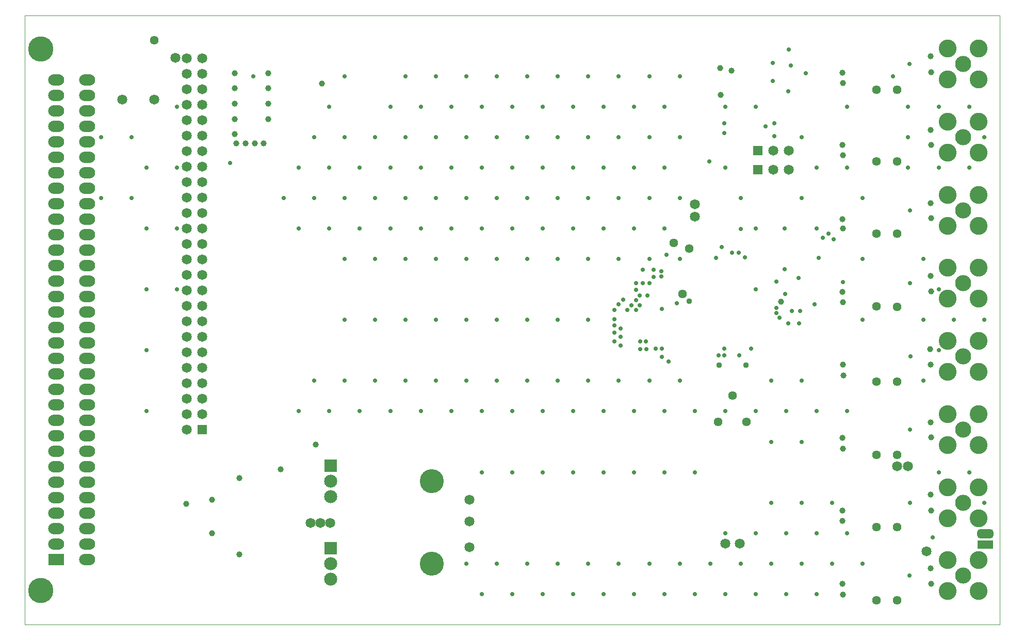
<source format=gbs>
G04*
G04 #@! TF.GenerationSoftware,Altium Limited,Altium Designer,22.6.1 (34)*
G04*
G04 Layer_Color=8732672*
%FSLAX44Y44*%
%MOMM*%
G71*
G04*
G04 #@! TF.SameCoordinates,7EAFA6D0-7FEA-492A-8EC4-A6B53FA9F8CD*
G04*
G04*
G04 #@! TF.FilePolarity,Negative*
G04*
G01*
G75*
%ADD13C,0.1000*%
%ADD22C,1.0000*%
%ADD53C,4.1400*%
%ADD54C,1.6400*%
%ADD55R,1.6400X1.6400*%
%ADD56C,3.9400*%
%ADD57C,2.1400*%
%ADD58R,2.1400X2.1400*%
%ADD59C,2.9400*%
%ADD60C,2.6400*%
%ADD61R,1.6400X1.6400*%
%ADD62O,2.6400X1.8400*%
%ADD63R,2.6400X1.8400*%
%ADD64C,0.7400*%
%ADD65C,1.4400*%
%ADD66C,0.9400*%
G04:AMPARAMS|DCode=92|XSize=1.44mm|YSize=2.64mm|CornerRadius=0.395mm|HoleSize=0mm|Usage=FLASHONLY|Rotation=90.000|XOffset=0mm|YOffset=0mm|HoleType=Round|Shape=RoundedRectangle|*
%AMROUNDEDRECTD92*
21,1,1.4400,1.8500,0,0,90.0*
21,1,0.6500,2.6400,0,0,90.0*
1,1,0.7900,0.9250,0.3250*
1,1,0.7900,0.9250,-0.3250*
1,1,0.7900,-0.9250,-0.3250*
1,1,0.7900,-0.9250,0.3250*
%
%ADD92ROUNDEDRECTD92*%
%ADD93R,2.6400X1.4400*%
D13*
X0Y1000000D02*
X1600000D01*
X0Y0D02*
Y1000000D01*
X1600000D02*
X1600000Y0D01*
X0D02*
X1600000D01*
D22*
X1343000Y770000D02*
D03*
X1342000Y787000D02*
D03*
X1488000D02*
D03*
X1487000Y812000D02*
D03*
X1488000Y907000D02*
D03*
X1487000Y933000D02*
D03*
X1342000Y906000D02*
D03*
X1343000Y889000D02*
D03*
Y650000D02*
D03*
X1342000Y665000D02*
D03*
X1487000Y692000D02*
D03*
X1488000Y667000D02*
D03*
Y547000D02*
D03*
X1487000Y572000D02*
D03*
X1343000Y529000D02*
D03*
X1342000Y546000D02*
D03*
X1488000Y307000D02*
D03*
X1487000Y332000D02*
D03*
X1342000Y306000D02*
D03*
X1343000Y289000D02*
D03*
X1342000Y67000D02*
D03*
X1343000Y49000D02*
D03*
X1488000Y67000D02*
D03*
X1487000Y92000D02*
D03*
X1342000Y170000D02*
D03*
Y187000D02*
D03*
X1487000Y213000D02*
D03*
X1488000Y187000D02*
D03*
X478000Y295000D02*
D03*
X1487000Y427000D02*
D03*
X1486000Y452000D02*
D03*
X1344000Y409000D02*
D03*
X1343000Y427000D02*
D03*
X1241000Y530000D02*
D03*
X420000Y255000D02*
D03*
X1141000Y913000D02*
D03*
X1160000Y909000D02*
D03*
X1142000Y869000D02*
D03*
X488000Y888000D02*
D03*
X265280Y198120D02*
D03*
X307500Y150000D02*
D03*
X392500Y790000D02*
D03*
X400000Y830000D02*
D03*
X377500Y790000D02*
D03*
X400000Y855000D02*
D03*
X362500Y790000D02*
D03*
X400000Y880000D02*
D03*
X347500Y790000D02*
D03*
X400000Y905000D02*
D03*
X345000D02*
D03*
Y880000D02*
D03*
Y855000D02*
D03*
Y830000D02*
D03*
Y805000D02*
D03*
X307500Y205000D02*
D03*
X352500Y115000D02*
D03*
Y240000D02*
D03*
D53*
X26000Y55500D02*
D03*
Y944500D02*
D03*
D54*
X265600Y929600D02*
D03*
X291000D02*
D03*
X265600Y904200D02*
D03*
X291000D02*
D03*
X265600Y878800D02*
D03*
X291000D02*
D03*
X265600Y853400D02*
D03*
X291000D02*
D03*
X265600Y828000D02*
D03*
X291000D02*
D03*
X265600Y802600D02*
D03*
X291000D02*
D03*
X265600Y777200D02*
D03*
X291000D02*
D03*
X265600Y751800D02*
D03*
X291000D02*
D03*
X265600Y726400D02*
D03*
X291000D02*
D03*
X265600Y701000D02*
D03*
X291000D02*
D03*
X265600Y675600D02*
D03*
X291000D02*
D03*
X265600Y650200D02*
D03*
X291000D02*
D03*
X265600Y624800D02*
D03*
X291000D02*
D03*
X265600Y599400D02*
D03*
X291000D02*
D03*
X265600Y574000D02*
D03*
X291000D02*
D03*
Y396200D02*
D03*
Y345400D02*
D03*
X265600Y320000D02*
D03*
Y345400D02*
D03*
X291000Y370800D02*
D03*
X265600D02*
D03*
Y396200D02*
D03*
X291000Y421600D02*
D03*
X265600D02*
D03*
X291000Y447000D02*
D03*
X265600D02*
D03*
X291000Y472400D02*
D03*
X265600D02*
D03*
X291000Y497800D02*
D03*
X265600D02*
D03*
X291000Y523200D02*
D03*
X265600D02*
D03*
X291000Y548600D02*
D03*
X265600D02*
D03*
X1254400Y747000D02*
D03*
X1229000D02*
D03*
Y778000D02*
D03*
X1254400D02*
D03*
X247000Y930000D02*
D03*
X501000Y167000D02*
D03*
X1173284Y133000D02*
D03*
X1150000D02*
D03*
X730000Y127000D02*
D03*
Y169000D02*
D03*
Y205000D02*
D03*
X1450000Y260000D02*
D03*
X213000Y862000D02*
D03*
X485000Y167000D02*
D03*
X469000D02*
D03*
X1100000Y690000D02*
D03*
X1480000Y120000D02*
D03*
X160500Y861500D02*
D03*
X1432000Y260000D02*
D03*
X1100000Y670000D02*
D03*
D55*
X291000Y320000D02*
D03*
D56*
X668000Y99400D02*
D03*
X668500Y235400D02*
D03*
D57*
X502000Y74000D02*
D03*
Y99400D02*
D03*
X502500Y210000D02*
D03*
Y235400D02*
D03*
D58*
X502000Y124800D02*
D03*
X502500Y260800D02*
D03*
D59*
X1514600Y105400D02*
D03*
X1565400D02*
D03*
Y54600D02*
D03*
X1514600D02*
D03*
Y225400D02*
D03*
X1565400D02*
D03*
Y174600D02*
D03*
X1514600D02*
D03*
Y345400D02*
D03*
X1565400D02*
D03*
Y294600D02*
D03*
X1514600D02*
D03*
Y465400D02*
D03*
X1565400D02*
D03*
Y414600D02*
D03*
X1514600D02*
D03*
Y585400D02*
D03*
X1565400D02*
D03*
Y534600D02*
D03*
X1514600D02*
D03*
Y945400D02*
D03*
X1565400D02*
D03*
Y894600D02*
D03*
X1514600D02*
D03*
Y705400D02*
D03*
X1565400D02*
D03*
Y654600D02*
D03*
X1514600D02*
D03*
Y825400D02*
D03*
X1565400D02*
D03*
Y774600D02*
D03*
X1514600D02*
D03*
D60*
X1540000Y80000D02*
D03*
Y200000D02*
D03*
Y320000D02*
D03*
Y440000D02*
D03*
Y560000D02*
D03*
Y920000D02*
D03*
Y680000D02*
D03*
Y800000D02*
D03*
D61*
X1203600Y747000D02*
D03*
Y778000D02*
D03*
D62*
X102200Y868300D02*
D03*
Y842900D02*
D03*
Y817500D02*
D03*
Y792100D02*
D03*
Y766700D02*
D03*
Y741300D02*
D03*
Y715900D02*
D03*
Y690500D02*
D03*
Y665100D02*
D03*
Y639700D02*
D03*
Y614300D02*
D03*
Y309500D02*
D03*
Y334900D02*
D03*
Y360300D02*
D03*
Y385700D02*
D03*
Y411100D02*
D03*
Y436500D02*
D03*
Y461900D02*
D03*
Y487300D02*
D03*
Y512700D02*
D03*
Y538100D02*
D03*
Y563500D02*
D03*
Y588900D02*
D03*
Y893700D02*
D03*
X51400Y792100D02*
D03*
Y715900D02*
D03*
Y639700D02*
D03*
Y360300D02*
D03*
Y284100D02*
D03*
Y207900D02*
D03*
Y131700D02*
D03*
Y411100D02*
D03*
Y436500D02*
D03*
X51400Y461900D02*
D03*
X51400Y487300D02*
D03*
Y512700D02*
D03*
Y538100D02*
D03*
Y563500D02*
D03*
Y588900D02*
D03*
Y614300D02*
D03*
Y665100D02*
D03*
X51400Y690500D02*
D03*
X51400Y741300D02*
D03*
Y766700D02*
D03*
X51400Y817500D02*
D03*
X51400Y842900D02*
D03*
Y893700D02*
D03*
Y385700D02*
D03*
X51400Y334900D02*
D03*
X51400Y309500D02*
D03*
Y258700D02*
D03*
X51400Y233300D02*
D03*
X51400Y182500D02*
D03*
Y157100D02*
D03*
X102200Y258700D02*
D03*
Y233300D02*
D03*
Y182500D02*
D03*
Y157100D02*
D03*
X51400Y868300D02*
D03*
X102200Y284100D02*
D03*
Y207900D02*
D03*
Y131700D02*
D03*
Y106300D02*
D03*
D63*
X51400D02*
D03*
D64*
X1200000Y550000D02*
D03*
X1100000Y350000D02*
D03*
X1075000Y900000D02*
D03*
X1050000Y850000D02*
D03*
X1075000Y800000D02*
D03*
X1050000Y750000D02*
D03*
X1075000Y700000D02*
D03*
X1050000Y650000D02*
D03*
X1075000Y600000D02*
D03*
Y400000D02*
D03*
X1050000Y350000D02*
D03*
X1025000Y900000D02*
D03*
X1000000Y850000D02*
D03*
X1025000Y800000D02*
D03*
X1000000Y750000D02*
D03*
X1025000Y700000D02*
D03*
X1000000Y650000D02*
D03*
X1025000Y600000D02*
D03*
Y400000D02*
D03*
X1000000Y350000D02*
D03*
X975000Y900000D02*
D03*
X950000Y850000D02*
D03*
X975000Y800000D02*
D03*
X950000Y750000D02*
D03*
X975000Y700000D02*
D03*
X950000Y650000D02*
D03*
X975000Y600000D02*
D03*
Y400000D02*
D03*
X950000Y350000D02*
D03*
X925000Y900000D02*
D03*
X900000Y850000D02*
D03*
X925000Y800000D02*
D03*
X900000Y750000D02*
D03*
X925000Y700000D02*
D03*
X900000Y650000D02*
D03*
X925000Y600000D02*
D03*
Y500000D02*
D03*
Y400000D02*
D03*
X900000Y350000D02*
D03*
X875000Y900000D02*
D03*
X850000Y850000D02*
D03*
X875000Y800000D02*
D03*
X850000Y750000D02*
D03*
X875000Y700000D02*
D03*
X850000Y650000D02*
D03*
X875000Y600000D02*
D03*
Y500000D02*
D03*
Y400000D02*
D03*
X850000Y350000D02*
D03*
X825000Y900000D02*
D03*
X800000Y850000D02*
D03*
X825000Y800000D02*
D03*
X800000Y750000D02*
D03*
X825000Y700000D02*
D03*
X800000Y650000D02*
D03*
X825000Y600000D02*
D03*
Y500000D02*
D03*
Y400000D02*
D03*
X800000Y350000D02*
D03*
X775000Y900000D02*
D03*
X750000Y850000D02*
D03*
X775000Y800000D02*
D03*
X750000Y750000D02*
D03*
X775000Y700000D02*
D03*
X750000Y650000D02*
D03*
X775000Y600000D02*
D03*
Y500000D02*
D03*
Y400000D02*
D03*
X750000Y350000D02*
D03*
X725000Y900000D02*
D03*
X700000Y850000D02*
D03*
X725000Y800000D02*
D03*
X700000Y750000D02*
D03*
X725000Y700000D02*
D03*
X700000Y650000D02*
D03*
X725000Y600000D02*
D03*
Y500000D02*
D03*
Y400000D02*
D03*
X700000Y350000D02*
D03*
X675000Y900000D02*
D03*
X650000Y850000D02*
D03*
X675000Y800000D02*
D03*
X650000Y750000D02*
D03*
X675000Y700000D02*
D03*
X650000Y650000D02*
D03*
X675000Y600000D02*
D03*
Y500000D02*
D03*
Y400000D02*
D03*
X650000Y350000D02*
D03*
X625000Y900000D02*
D03*
X600000Y850000D02*
D03*
X625000Y800000D02*
D03*
X600000Y750000D02*
D03*
X625000Y700000D02*
D03*
X600000Y650000D02*
D03*
X625000Y600000D02*
D03*
Y500000D02*
D03*
Y400000D02*
D03*
X600000Y350000D02*
D03*
X575000Y800000D02*
D03*
X550000Y750000D02*
D03*
X575000Y700000D02*
D03*
X550000Y650000D02*
D03*
X575000Y600000D02*
D03*
Y500000D02*
D03*
Y400000D02*
D03*
X550000Y350000D02*
D03*
X525000Y900000D02*
D03*
X500000Y850000D02*
D03*
X525000Y800000D02*
D03*
X500000Y750000D02*
D03*
X525000Y700000D02*
D03*
X500000Y650000D02*
D03*
X525000Y600000D02*
D03*
Y500000D02*
D03*
Y400000D02*
D03*
X500000Y350000D02*
D03*
X475000Y800000D02*
D03*
X450000Y750000D02*
D03*
X475000Y700000D02*
D03*
X450000Y650000D02*
D03*
X475000Y400000D02*
D03*
X450000Y350000D02*
D03*
X425000Y700000D02*
D03*
X375000Y900000D02*
D03*
X250000Y850000D02*
D03*
Y750000D02*
D03*
Y650000D02*
D03*
Y550000D02*
D03*
X200000Y750000D02*
D03*
Y650000D02*
D03*
Y550000D02*
D03*
Y450000D02*
D03*
Y350000D02*
D03*
X175000Y800000D02*
D03*
Y700000D02*
D03*
X125000Y800000D02*
D03*
Y700000D02*
D03*
X1550000Y850000D02*
D03*
X1575000Y800000D02*
D03*
X1550000Y750000D02*
D03*
X1575000Y500000D02*
D03*
X1550000Y250000D02*
D03*
X1575000Y200000D02*
D03*
X1500000Y850000D02*
D03*
Y750000D02*
D03*
Y550000D02*
D03*
X1525000Y500000D02*
D03*
X1500000Y450000D02*
D03*
Y250000D02*
D03*
X1450000Y850000D02*
D03*
Y750000D02*
D03*
X1475000Y600000D02*
D03*
Y500000D02*
D03*
Y400000D02*
D03*
X1425000Y900000D02*
D03*
X1350000Y850000D02*
D03*
Y750000D02*
D03*
X1375000Y700000D02*
D03*
Y600000D02*
D03*
Y500000D02*
D03*
X1350000Y350000D02*
D03*
Y150000D02*
D03*
X1375000Y100000D02*
D03*
X1300000Y750000D02*
D03*
Y650000D02*
D03*
Y350000D02*
D03*
X1325000Y200000D02*
D03*
X1300000Y150000D02*
D03*
X1325000Y100000D02*
D03*
X1300000Y50000D02*
D03*
X1275000Y800000D02*
D03*
Y700000D02*
D03*
Y400000D02*
D03*
X1250000Y350000D02*
D03*
X1275000Y300000D02*
D03*
Y200000D02*
D03*
X1250000Y150000D02*
D03*
X1275000Y100000D02*
D03*
X1250000Y50000D02*
D03*
X1200000Y850000D02*
D03*
Y650000D02*
D03*
X1225000Y400000D02*
D03*
X1200000Y350000D02*
D03*
X1225000Y300000D02*
D03*
Y200000D02*
D03*
X1200000Y150000D02*
D03*
X1225000Y100000D02*
D03*
X1200000Y50000D02*
D03*
X1150000Y850000D02*
D03*
Y750000D02*
D03*
X1175000Y700000D02*
D03*
X1150000Y350000D02*
D03*
Y150000D02*
D03*
X1175000Y100000D02*
D03*
X1150000Y50000D02*
D03*
X1100000Y250000D02*
D03*
X1125000Y100000D02*
D03*
X1100000Y50000D02*
D03*
X1050000Y250000D02*
D03*
X1075000Y100000D02*
D03*
X1050000Y50000D02*
D03*
X1000000Y250000D02*
D03*
X1025000Y100000D02*
D03*
X1000000Y50000D02*
D03*
X950000Y250000D02*
D03*
X975000Y100000D02*
D03*
X950000Y50000D02*
D03*
X900000Y250000D02*
D03*
X925000Y100000D02*
D03*
X900000Y50000D02*
D03*
X850000Y250000D02*
D03*
X875000Y100000D02*
D03*
X850000Y50000D02*
D03*
X800000Y250000D02*
D03*
X825000Y100000D02*
D03*
X800000Y50000D02*
D03*
X750000Y250000D02*
D03*
X775000Y100000D02*
D03*
X750000Y50000D02*
D03*
X725000Y100000D02*
D03*
X1148000Y442000D02*
D03*
X1139000D02*
D03*
X1452000Y920000D02*
D03*
X337000Y758000D02*
D03*
X1228000Y922000D02*
D03*
Y892000D02*
D03*
X1144000Y620000D02*
D03*
X1230000Y802000D02*
D03*
X1230000Y823000D02*
D03*
X1490000Y143000D02*
D03*
X1303000Y602000D02*
D03*
X1328000Y632000D02*
D03*
X1319000Y642000D02*
D03*
X1310000Y635000D02*
D03*
X1253000Y494000D02*
D03*
X1271000D02*
D03*
X1273000Y515000D02*
D03*
X1259500D02*
D03*
X1296000Y526000D02*
D03*
X1270000Y569000D02*
D03*
X1175000Y649101D02*
D03*
X1247000Y650000D02*
D03*
X1452000Y80000D02*
D03*
X1453000Y200000D02*
D03*
X1343000Y562000D02*
D03*
X1453000Y320000D02*
D03*
Y560000D02*
D03*
X1454000Y440000D02*
D03*
X1247000Y583000D02*
D03*
X1192000Y453000D02*
D03*
X1173000Y442000D02*
D03*
X1032389Y570389D02*
D03*
X1248000Y543000D02*
D03*
X1234000Y563000D02*
D03*
X1032000Y582000D02*
D03*
X1045000Y580000D02*
D03*
Y571000D02*
D03*
X1014000Y582000D02*
D03*
X1025000Y560000D02*
D03*
X1014000D02*
D03*
X1003000D02*
D03*
X1239000Y503750D02*
D03*
X1234000Y511000D02*
D03*
Y520000D02*
D03*
X1172000Y610000D02*
D03*
X1160500D02*
D03*
X1182000Y603000D02*
D03*
X1134611Y601611D02*
D03*
X1148389Y452611D02*
D03*
X1046000Y453000D02*
D03*
X1036000D02*
D03*
X1046000Y439000D02*
D03*
X1057000Y432000D02*
D03*
X1453000Y680000D02*
D03*
X1450000Y800000D02*
D03*
X1124000Y760000D02*
D03*
X1257000Y918000D02*
D03*
X1282000Y905000D02*
D03*
X1148000Y823000D02*
D03*
Y807000D02*
D03*
X1216000Y818000D02*
D03*
X1254000Y944000D02*
D03*
X1053000Y607000D02*
D03*
X1253000Y875000D02*
D03*
X978000Y472000D02*
D03*
X968000Y479000D02*
D03*
X1019389Y464611D02*
D03*
X978000Y458000D02*
D03*
X968000Y465000D02*
D03*
X1010000D02*
D03*
Y452000D02*
D03*
X1020000D02*
D03*
X1022000Y540000D02*
D03*
X982000Y533000D02*
D03*
X1046000Y518000D02*
D03*
X975000Y526000D02*
D03*
X1070500Y527000D02*
D03*
X1009000Y540000D02*
D03*
X1003000Y532000D02*
D03*
X1009000Y524000D02*
D03*
X996000D02*
D03*
X989000Y516000D02*
D03*
X1003000D02*
D03*
X968000D02*
D03*
Y491000D02*
D03*
X978000Y486000D02*
D03*
X1003000Y549000D02*
D03*
X968000Y501000D02*
D03*
D65*
X213000Y959000D02*
D03*
X1398000Y40000D02*
D03*
Y399000D02*
D03*
X1162000Y376000D02*
D03*
X1432000Y160000D02*
D03*
X1398000D02*
D03*
X1432000Y399000D02*
D03*
Y278000D02*
D03*
X1398000D02*
D03*
Y878000D02*
D03*
X1432000D02*
D03*
Y521000D02*
D03*
X1398000Y522000D02*
D03*
X1185000Y333000D02*
D03*
X1138000D02*
D03*
X1080000Y543000D02*
D03*
X1432000Y642000D02*
D03*
X1398000D02*
D03*
X1432000Y760000D02*
D03*
X1398000D02*
D03*
X1432000Y40000D02*
D03*
X1065000Y626000D02*
D03*
X1091000Y617000D02*
D03*
D66*
X1184000Y425500D02*
D03*
X1140000Y426000D02*
D03*
X1091000Y531000D02*
D03*
D92*
X1577000Y149000D02*
D03*
D93*
Y131000D02*
D03*
M02*

</source>
